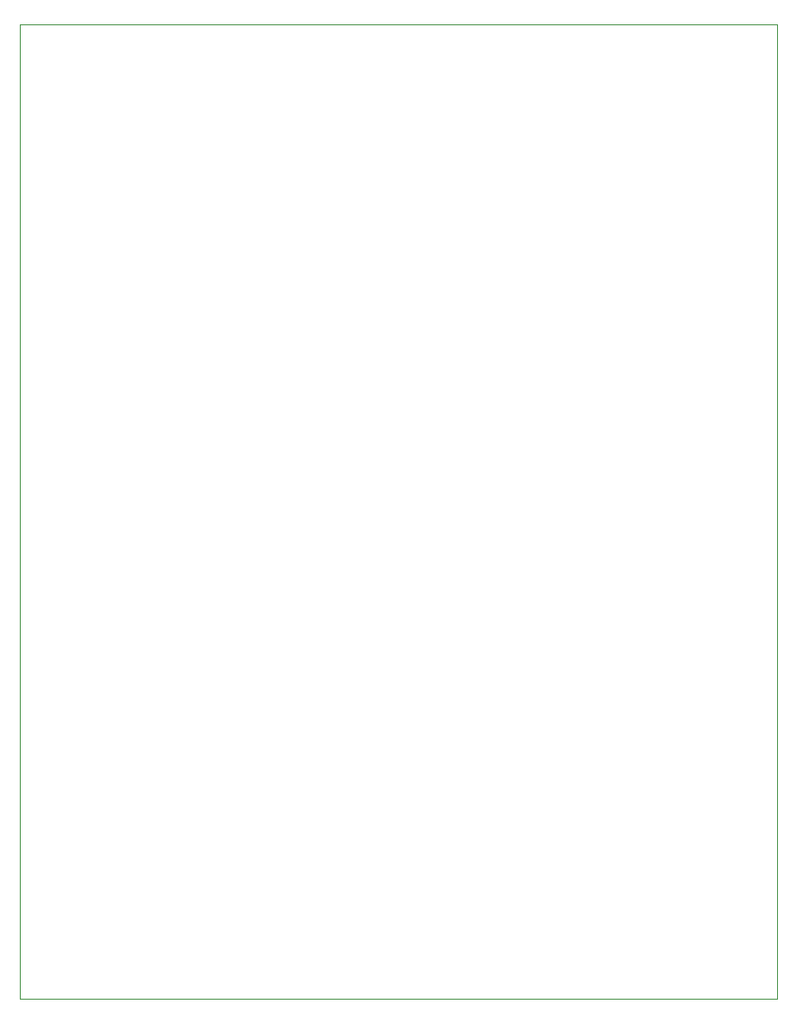
<source format=gbr>
%TF.GenerationSoftware,KiCad,Pcbnew,6.0.4*%
%TF.CreationDate,2022-04-29T13:24:53-05:00*%
%TF.ProjectId,gpsdo-controller,67707364-6f2d-4636-9f6e-74726f6c6c65,rev?*%
%TF.SameCoordinates,Original*%
%TF.FileFunction,Profile,NP*%
%FSLAX46Y46*%
G04 Gerber Fmt 4.6, Leading zero omitted, Abs format (unit mm)*
G04 Created by KiCad (PCBNEW 6.0.4) date 2022-04-29 13:24:53*
%MOMM*%
%LPD*%
G01*
G04 APERTURE LIST*
%TA.AperFunction,Profile*%
%ADD10C,0.100000*%
%TD*%
G04 APERTURE END LIST*
D10*
X80010000Y-39370000D02*
X151130000Y-39370000D01*
X151130000Y-39370000D02*
X151130000Y-130810000D01*
X151130000Y-130810000D02*
X80010000Y-130810000D01*
X80010000Y-130810000D02*
X80010000Y-39370000D01*
M02*

</source>
